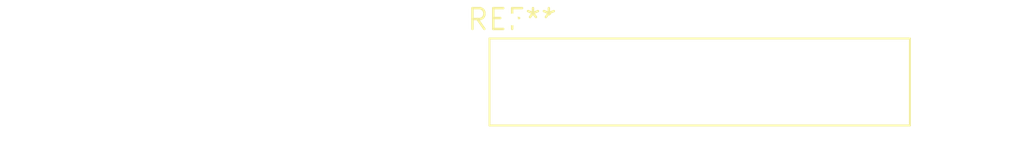
<source format=kicad_pcb>
(kicad_pcb (version 20240108) (generator pcbnew)
  (layers (0 "F.Cu" signal) (31 "B.Cu" signal) (34 "B.Paste" user) (35 "F.Paste" user) (36 "B.SilkS" user "B.Silkscreen") (37 "F.SilkS" user "F.Silkscreen") (38 "B.Mask" user) (39 "F.Mask" user) (44 "Edge.Cuts" user))
  (net 0 "")
  (footprint "Samtec_HLE-110-02-xx-DV-PE-LC_2x10_P2.54mm_Horizontal" (layer "F.Cu") (at 0 0)
    (property "Reference" "REF**")
    (property "Value" "Samtec_HLE-110-02-xx-DV-PE-LC_2x10_P2.54mm_Horizontal")
    (fp_line (start -1.38 1.16) (end 24.24 1.16) (layer "F.SilkS") (stroke (width 0.12)))
    (fp_line (start -1.38 6.46) (end -1.38 1.16) (layer "F.SilkS") (stroke (width 0.12)))
    (fp_line (start 24.24 1.16) (end 24.24 6.46) (layer "F.SilkS") (stroke (width 0.12)))
    (fp_line (start 24.24 6.46) (end -1.38 6.46) (layer "F.SilkS") (stroke (width 0.12)))
    (pad "" np_thru_hole circle (at 0 2.54) (size 1.4 1.4) (drill 1.4) (layers *.Cu *.Mask))
    (pad "" np_thru_hole circle (at 0 5.08) (size 1.4 1.4) (drill 1.4) (layers *.Cu *.Mask))
    (pad "" np_thru_hole circle (at 1.27 3.81) (size 1.19 1.19) (drill 1.19) (layers *.Cu *.Mask))
    (pad "" np_thru_hole circle (at 2.54 2.54) (size 1.4 1.4) (drill 1.4) (layers *.Cu *.Mask))
    (pad "" np_thru_hole circle (at 2.54 5.08) (size 1.4 1.4) (drill 1.4) (layers *.Cu *.Mask))
    (pad "" np_thru_hole circle (at 5.08 2.54) (size 1.4 1.4) (drill 1.4) (layers *.Cu *.Mask))
    (pad "" np_thru_hole circle (at 5.08 5.08) (size 1.4 1.4) (drill 1.4) (layers *.Cu *.Mask))
    (pad "" np_thru_hole circle (at 7.62 2.54) (size 1.4 1.4) (drill 1.4) (layers *.Cu *.Mask))
    (pad "" np_thru_hole circle (at 7.62 5.08) (size 1.4 1.4) (drill 1.4) (layers *.Cu *.Mask))
    (pad "" np_thru_hole circle (at 10.16 2.54) (size 1.4 1.4) (drill 1.4) (layers *.Cu *.Mask))
    (pad "" np_thru_hole circle (at 10.16 5.08) (size 1.4 1.4) (drill 1.4) (layers *.Cu *.Mask))
    (pad "" np_thru_hole circle (at 12.7 2.54) (size 1.4 1.4) (drill 1.4) (layers *.Cu *.Mask))
    (pad "" np_thru_hole circle (at 12.7 5.08) (size 1.4 1.4) (drill 1.4) (layers *.Cu *.Mask))
    (pad "" np_thru_hole circle (at 15.24 2.54) (size 1.4 1.4) (drill 1.4) (layers *.Cu *.Mask))
    (pad "" np_thru_hole circle (at 15.24 5.08) (size 1.4 1.4) (drill 1.4) (layers *.Cu *.Mask))
    (pad "" np_thru_hole circle (at 17.78 2.54) (size 1.4 1.4) (drill 1.4) (layers *.Cu *.Mask))
    (pad "" np_thru_hole circle (at 17.78 5.08) (size 1.4 1.4) (drill 1.4) (layers *.Cu *.Mask))
    (pad "" np_thru_hole circle (at 20.32 2.54) (size 1.4 1.4) (drill 1.4) (layers *.Cu *.Mask))
    (pad "" np_thru_hole circle (at 20.32 5.08) (size 1.4 1.4) (drill 1.4) (layers *.Cu *.Mask))
    (pad "" np_thru_hole circle (at 21.59 3.81) (size 1.19 1.19) (drill 1.19) (layers *.Cu *.Mask))
    (pad "" np_thru_hole circle (at 22.86 2.54) (size 1.4 1.4) (drill 1.4) (layers *.Cu *.Mask))
    (pad "" np_thru_hole circle (at 22.86 5.08) (size 1.4 1.4) (drill 1.4) (layers *.Cu *.Mask))
    (pad "1" thru_hole roundrect (at 0 0) (size 1.31 1.31) (drill 0.71) (layers *.Cu *.Mask) (remove_unused_layers) (roundrect_rratio 0.19084))
    (pad "2" thru_hole circle (at 0 7.62) (size 1.31 1.31) (drill 0.71) (layers *.Cu *.Mask) (remove_unused_layers))
    (pad "3" thru_hole circle (at 2.54 0) (size 1.31 1.31) (drill 0.71) (layers *.Cu *.Mask) (remove_unused_layers))
    (pad "4" thru_hole circle (at 2.54 7.62) (size 1.31 1.31) (drill 0.71) (layers *.Cu *.Mask) (remove_unused_layers))
    (pad "5" thru_hole circle (at 5.08 0) (size 1.31 1.31) (drill 0.71) (layers *.Cu *.Mask) (remove_unused_layers))
    (pad "6" thru_hole circle (at 5.08 7.62) (size 1.31 1.31) (drill 0.71) (layers *.Cu *.Mask) (remove_unused_layers))
    (pad "7" thru_hole circle (at 7.62 0) (size 1.31 1.31) (drill 0.71) (layers *.Cu *.Mask) (remove_unused_layers))
    (pad "8" thru_hole circle (at 7.62 7.62) (size 1.31 1.31) (drill 0.71) (layers *.Cu *.Mask) (remove_unused_layers))
    (pad "9" thru_hole circle (at 10.16 0) (size 1.31 1.31) (drill 0.71) (layers *.Cu *.Mask) (remove_unused_layers))
    (pad "10" thru_hole circle (at 10.16 7.62) (size 1.31 1.31) (drill 0.71) (layers *.Cu *.Mask) (remove_unused_layers))
    (pad "11" thru_hole circle (at 12.7 0) (size 1.31 1.31) (drill 0.71) (layers *.Cu *.Mask) (remove_unused_layers))
    (pad "12" thru_hole circle (at 12.7 7.62) (size 1.31 1.31) (drill 0.71) (layers *.Cu *.Mask) (remove_unused_layers))
    (pad "13" thru_hole circle (at 15.24 0) (size 1.31 1.31) (drill 0.71) (layers *.Cu *.Mask) (remove_unused_layers))
    (pad "14" thru_hole circle (at 15.24 7.62) (size 1.31 1.31) (drill 0.71) (layers *.Cu *.Mask) (remove_unused_layers))
    (pad "15" thru_hole circle (at 17.78 0) (size 1.31 1.31) (drill 0.71) (layers *.Cu *.Mask) (remove_unused_layers))
    (pad "16" thru_hole circle (at 17.78 7.62) (size 1.31 1.31) (drill 0.71) (layers *.Cu *.Mask) (remove_unused_layers))
    (pad "17" thru_hole circle (at 20.32 0) (size 1.31 1.31) (drill 0.71) (layers *.Cu *.Mask) (remove_unused_layers))
    (pad "18" thru_hole circle (at 20.32 7.62) (size 1.31 1.31) (drill 0.71) (layers *.Cu *.Mask) (remove_unused_layers))
    (pad "19" thru_hole circle (at 22.86 0) (size 1.31 1.31) (drill 0.71) (layers *.Cu *.Mask) (remove_unused_layers))
    (pad "20" thru_hole circle (at 22.86 7.62) (size 1.31 1.31) (drill 0.71) (layers *.Cu *.Mask) (remove_unused_layers))
  )
)
</source>
